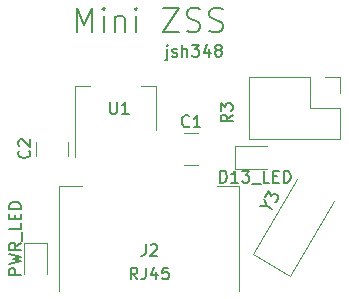
<source format=gbr>
G04 #@! TF.GenerationSoftware,KiCad,Pcbnew,(5.1.2)-2*
G04 #@! TF.CreationDate,2019-08-10T01:37:27-04:00*
G04 #@! TF.ProjectId,toyota-angle-sensor,746f796f-7461-42d6-916e-676c652d7365,rev?*
G04 #@! TF.SameCoordinates,Original*
G04 #@! TF.FileFunction,Legend,Top*
G04 #@! TF.FilePolarity,Positive*
%FSLAX46Y46*%
G04 Gerber Fmt 4.6, Leading zero omitted, Abs format (unit mm)*
G04 Created by KiCad (PCBNEW (5.1.2)-2) date 2019-08-10 01:37:27*
%MOMM*%
%LPD*%
G04 APERTURE LIST*
%ADD10C,0.150000*%
%ADD11C,0.120000*%
G04 APERTURE END LIST*
D10*
X128524285Y-119800714D02*
X128524285Y-120657857D01*
X128476666Y-120753095D01*
X128381428Y-120800714D01*
X128333809Y-120800714D01*
X128524285Y-119467380D02*
X128476666Y-119515000D01*
X128524285Y-119562619D01*
X128571904Y-119515000D01*
X128524285Y-119467380D01*
X128524285Y-119562619D01*
X128952857Y-120419761D02*
X129048095Y-120467380D01*
X129238571Y-120467380D01*
X129333809Y-120419761D01*
X129381428Y-120324523D01*
X129381428Y-120276904D01*
X129333809Y-120181666D01*
X129238571Y-120134047D01*
X129095714Y-120134047D01*
X129000476Y-120086428D01*
X128952857Y-119991190D01*
X128952857Y-119943571D01*
X129000476Y-119848333D01*
X129095714Y-119800714D01*
X129238571Y-119800714D01*
X129333809Y-119848333D01*
X129810000Y-120467380D02*
X129810000Y-119467380D01*
X130238571Y-120467380D02*
X130238571Y-119943571D01*
X130190952Y-119848333D01*
X130095714Y-119800714D01*
X129952857Y-119800714D01*
X129857619Y-119848333D01*
X129810000Y-119895952D01*
X130619523Y-119467380D02*
X131238571Y-119467380D01*
X130905238Y-119848333D01*
X131048095Y-119848333D01*
X131143333Y-119895952D01*
X131190952Y-119943571D01*
X131238571Y-120038809D01*
X131238571Y-120276904D01*
X131190952Y-120372142D01*
X131143333Y-120419761D01*
X131048095Y-120467380D01*
X130762380Y-120467380D01*
X130667142Y-120419761D01*
X130619523Y-120372142D01*
X132095714Y-119800714D02*
X132095714Y-120467380D01*
X131857619Y-119419761D02*
X131619523Y-120134047D01*
X132238571Y-120134047D01*
X132762380Y-119895952D02*
X132667142Y-119848333D01*
X132619523Y-119800714D01*
X132571904Y-119705476D01*
X132571904Y-119657857D01*
X132619523Y-119562619D01*
X132667142Y-119515000D01*
X132762380Y-119467380D01*
X132952857Y-119467380D01*
X133048095Y-119515000D01*
X133095714Y-119562619D01*
X133143333Y-119657857D01*
X133143333Y-119705476D01*
X133095714Y-119800714D01*
X133048095Y-119848333D01*
X132952857Y-119895952D01*
X132762380Y-119895952D01*
X132667142Y-119943571D01*
X132619523Y-119991190D01*
X132571904Y-120086428D01*
X132571904Y-120276904D01*
X132619523Y-120372142D01*
X132667142Y-120419761D01*
X132762380Y-120467380D01*
X132952857Y-120467380D01*
X133048095Y-120419761D01*
X133095714Y-120372142D01*
X133143333Y-120276904D01*
X133143333Y-120086428D01*
X133095714Y-119991190D01*
X133048095Y-119943571D01*
X132952857Y-119895952D01*
X120857142Y-118379761D02*
X120857142Y-116379761D01*
X121523809Y-117808333D01*
X122190476Y-116379761D01*
X122190476Y-118379761D01*
X123142857Y-118379761D02*
X123142857Y-117046428D01*
X123142857Y-116379761D02*
X123047619Y-116475000D01*
X123142857Y-116570238D01*
X123238095Y-116475000D01*
X123142857Y-116379761D01*
X123142857Y-116570238D01*
X124095238Y-117046428D02*
X124095238Y-118379761D01*
X124095238Y-117236904D02*
X124190476Y-117141666D01*
X124380952Y-117046428D01*
X124666666Y-117046428D01*
X124857142Y-117141666D01*
X124952380Y-117332142D01*
X124952380Y-118379761D01*
X125904761Y-118379761D02*
X125904761Y-117046428D01*
X125904761Y-116379761D02*
X125809523Y-116475000D01*
X125904761Y-116570238D01*
X126000000Y-116475000D01*
X125904761Y-116379761D01*
X125904761Y-116570238D01*
X128190476Y-116379761D02*
X129523809Y-116379761D01*
X128190476Y-118379761D01*
X129523809Y-118379761D01*
X130190476Y-118284523D02*
X130476190Y-118379761D01*
X130952380Y-118379761D01*
X131142857Y-118284523D01*
X131238095Y-118189285D01*
X131333333Y-117998809D01*
X131333333Y-117808333D01*
X131238095Y-117617857D01*
X131142857Y-117522619D01*
X130952380Y-117427380D01*
X130571428Y-117332142D01*
X130380952Y-117236904D01*
X130285714Y-117141666D01*
X130190476Y-116951190D01*
X130190476Y-116760714D01*
X130285714Y-116570238D01*
X130380952Y-116475000D01*
X130571428Y-116379761D01*
X131047619Y-116379761D01*
X131333333Y-116475000D01*
X132095238Y-118284523D02*
X132380952Y-118379761D01*
X132857142Y-118379761D01*
X133047619Y-118284523D01*
X133142857Y-118189285D01*
X133238095Y-117998809D01*
X133238095Y-117808333D01*
X133142857Y-117617857D01*
X133047619Y-117522619D01*
X132857142Y-117427380D01*
X132476190Y-117332142D01*
X132285714Y-117236904D01*
X132190476Y-117141666D01*
X132095238Y-116951190D01*
X132095238Y-116760714D01*
X132190476Y-116570238D01*
X132285714Y-116475000D01*
X132476190Y-116379761D01*
X132952380Y-116379761D01*
X133238095Y-116475000D01*
D11*
X119380000Y-131445000D02*
X121285000Y-131445000D01*
X119380000Y-132080000D02*
X119380000Y-131445000D01*
X119380000Y-140335000D02*
X119380000Y-132080000D01*
X134620000Y-131445000D02*
X132715000Y-131445000D01*
X134620000Y-140335000D02*
X134620000Y-131445000D01*
X138946346Y-139017367D02*
X142608846Y-132673731D01*
X135828654Y-137217367D02*
X138946346Y-139017367D01*
X139491154Y-130873731D02*
X135828654Y-137217367D01*
X120745200Y-128966400D02*
X120745200Y-122956400D01*
X127565200Y-126716400D02*
X127565200Y-122956400D01*
X120745200Y-122956400D02*
X122005200Y-122956400D01*
X127565200Y-122956400D02*
X126305200Y-122956400D01*
X143189000Y-122241000D02*
X143189000Y-123571000D01*
X141859000Y-122241000D02*
X143189000Y-122241000D01*
X143189000Y-124841000D02*
X143189000Y-127441000D01*
X140589000Y-124841000D02*
X143189000Y-124841000D01*
X140589000Y-122241000D02*
X140589000Y-124841000D01*
X143189000Y-127441000D02*
X135449000Y-127441000D01*
X140589000Y-122241000D02*
X135449000Y-122241000D01*
X135449000Y-122241000D02*
X135449000Y-127441000D01*
X134283500Y-129992000D02*
X136968500Y-129992000D01*
X134283500Y-128072000D02*
X134283500Y-129992000D01*
X136968500Y-128072000D02*
X134283500Y-128072000D01*
X116388000Y-136237000D02*
X116388000Y-138922000D01*
X118308000Y-136237000D02*
X116388000Y-136237000D01*
X118308000Y-138922000D02*
X118308000Y-136237000D01*
X120105000Y-128872064D02*
X120105000Y-127667936D01*
X117385000Y-128872064D02*
X117385000Y-127667936D01*
X129953936Y-129630000D02*
X131158064Y-129630000D01*
X129953936Y-126910000D02*
X131158064Y-126910000D01*
D10*
X126692066Y-136358380D02*
X126692066Y-137072666D01*
X126644447Y-137215523D01*
X126549209Y-137310761D01*
X126406352Y-137358380D01*
X126311114Y-137358380D01*
X127120638Y-136453619D02*
X127168257Y-136406000D01*
X127263495Y-136358380D01*
X127501590Y-136358380D01*
X127596828Y-136406000D01*
X127644447Y-136453619D01*
X127692066Y-136548857D01*
X127692066Y-136644095D01*
X127644447Y-136786952D01*
X127073019Y-137358380D01*
X127692066Y-137358380D01*
X126001590Y-139339080D02*
X125668257Y-138862890D01*
X125430161Y-139339080D02*
X125430161Y-138339080D01*
X125811114Y-138339080D01*
X125906352Y-138386700D01*
X125953971Y-138434319D01*
X126001590Y-138529557D01*
X126001590Y-138672414D01*
X125953971Y-138767652D01*
X125906352Y-138815271D01*
X125811114Y-138862890D01*
X125430161Y-138862890D01*
X126715876Y-138339080D02*
X126715876Y-139053366D01*
X126668257Y-139196223D01*
X126573019Y-139291461D01*
X126430161Y-139339080D01*
X126334923Y-139339080D01*
X127620638Y-138672414D02*
X127620638Y-139339080D01*
X127382542Y-138291461D02*
X127144447Y-139005747D01*
X127763495Y-139005747D01*
X128620638Y-138339080D02*
X128144447Y-138339080D01*
X128096828Y-138815271D01*
X128144447Y-138767652D01*
X128239685Y-138720033D01*
X128477780Y-138720033D01*
X128573019Y-138767652D01*
X128620638Y-138815271D01*
X128668257Y-138910509D01*
X128668257Y-139148604D01*
X128620638Y-139243842D01*
X128573019Y-139291461D01*
X128477780Y-139339080D01*
X128239685Y-139339080D01*
X128144447Y-139291461D01*
X128096828Y-139243842D01*
X137016414Y-133112488D02*
X137428807Y-133350583D01*
X136396115Y-133139258D02*
X137016414Y-133112488D01*
X136729448Y-132561908D01*
X136848496Y-132355711D02*
X137158019Y-131819600D01*
X137321267Y-132298752D01*
X137392696Y-132175034D01*
X137481554Y-132116365D01*
X137546603Y-132098935D01*
X137652891Y-132105315D01*
X137859088Y-132224362D01*
X137917757Y-132313221D01*
X137935186Y-132378269D01*
X137928807Y-132484558D01*
X137785950Y-132731993D01*
X137697091Y-132790663D01*
X137632042Y-132808092D01*
X123698095Y-124318780D02*
X123698095Y-125128304D01*
X123745714Y-125223542D01*
X123793333Y-125271161D01*
X123888571Y-125318780D01*
X124079047Y-125318780D01*
X124174285Y-125271161D01*
X124221904Y-125223542D01*
X124269523Y-125128304D01*
X124269523Y-124318780D01*
X125269523Y-125318780D02*
X124698095Y-125318780D01*
X124983809Y-125318780D02*
X124983809Y-124318780D01*
X124888571Y-124461638D01*
X124793333Y-124556876D01*
X124698095Y-124604495D01*
X134056380Y-125388666D02*
X133580190Y-125722000D01*
X134056380Y-125960095D02*
X133056380Y-125960095D01*
X133056380Y-125579142D01*
X133104000Y-125483904D01*
X133151619Y-125436285D01*
X133246857Y-125388666D01*
X133389714Y-125388666D01*
X133484952Y-125436285D01*
X133532571Y-125483904D01*
X133580190Y-125579142D01*
X133580190Y-125960095D01*
X133056380Y-125055333D02*
X133056380Y-124436285D01*
X133437333Y-124769619D01*
X133437333Y-124626761D01*
X133484952Y-124531523D01*
X133532571Y-124483904D01*
X133627809Y-124436285D01*
X133865904Y-124436285D01*
X133961142Y-124483904D01*
X134008761Y-124531523D01*
X134056380Y-124626761D01*
X134056380Y-124912476D01*
X134008761Y-125007714D01*
X133961142Y-125055333D01*
X133016119Y-131134380D02*
X133016119Y-130134380D01*
X133254214Y-130134380D01*
X133397071Y-130182000D01*
X133492309Y-130277238D01*
X133539928Y-130372476D01*
X133587547Y-130562952D01*
X133587547Y-130705809D01*
X133539928Y-130896285D01*
X133492309Y-130991523D01*
X133397071Y-131086761D01*
X133254214Y-131134380D01*
X133016119Y-131134380D01*
X134539928Y-131134380D02*
X133968500Y-131134380D01*
X134254214Y-131134380D02*
X134254214Y-130134380D01*
X134158976Y-130277238D01*
X134063738Y-130372476D01*
X133968500Y-130420095D01*
X134873261Y-130134380D02*
X135492309Y-130134380D01*
X135158976Y-130515333D01*
X135301833Y-130515333D01*
X135397071Y-130562952D01*
X135444690Y-130610571D01*
X135492309Y-130705809D01*
X135492309Y-130943904D01*
X135444690Y-131039142D01*
X135397071Y-131086761D01*
X135301833Y-131134380D01*
X135016119Y-131134380D01*
X134920880Y-131086761D01*
X134873261Y-131039142D01*
X135682785Y-131229619D02*
X136444690Y-131229619D01*
X137158976Y-131134380D02*
X136682785Y-131134380D01*
X136682785Y-130134380D01*
X137492309Y-130610571D02*
X137825642Y-130610571D01*
X137968500Y-131134380D02*
X137492309Y-131134380D01*
X137492309Y-130134380D01*
X137968500Y-130134380D01*
X138397071Y-131134380D02*
X138397071Y-130134380D01*
X138635166Y-130134380D01*
X138778023Y-130182000D01*
X138873261Y-130277238D01*
X138920880Y-130372476D01*
X138968500Y-130562952D01*
X138968500Y-130705809D01*
X138920880Y-130896285D01*
X138873261Y-130991523D01*
X138778023Y-131086761D01*
X138635166Y-131134380D01*
X138397071Y-131134380D01*
X116150380Y-138961428D02*
X115150380Y-138961428D01*
X115150380Y-138580476D01*
X115198000Y-138485238D01*
X115245619Y-138437619D01*
X115340857Y-138390000D01*
X115483714Y-138390000D01*
X115578952Y-138437619D01*
X115626571Y-138485238D01*
X115674190Y-138580476D01*
X115674190Y-138961428D01*
X115150380Y-138056666D02*
X116150380Y-137818571D01*
X115436095Y-137628095D01*
X116150380Y-137437619D01*
X115150380Y-137199523D01*
X116150380Y-136247142D02*
X115674190Y-136580476D01*
X116150380Y-136818571D02*
X115150380Y-136818571D01*
X115150380Y-136437619D01*
X115198000Y-136342380D01*
X115245619Y-136294761D01*
X115340857Y-136247142D01*
X115483714Y-136247142D01*
X115578952Y-136294761D01*
X115626571Y-136342380D01*
X115674190Y-136437619D01*
X115674190Y-136818571D01*
X116245619Y-136056666D02*
X116245619Y-135294761D01*
X116150380Y-134580476D02*
X116150380Y-135056666D01*
X115150380Y-135056666D01*
X115626571Y-134247142D02*
X115626571Y-133913809D01*
X116150380Y-133770952D02*
X116150380Y-134247142D01*
X115150380Y-134247142D01*
X115150380Y-133770952D01*
X116150380Y-133342380D02*
X115150380Y-133342380D01*
X115150380Y-133104285D01*
X115198000Y-132961428D01*
X115293238Y-132866190D01*
X115388476Y-132818571D01*
X115578952Y-132770952D01*
X115721809Y-132770952D01*
X115912285Y-132818571D01*
X116007523Y-132866190D01*
X116102761Y-132961428D01*
X116150380Y-133104285D01*
X116150380Y-133342380D01*
X116822142Y-128436666D02*
X116869761Y-128484285D01*
X116917380Y-128627142D01*
X116917380Y-128722380D01*
X116869761Y-128865238D01*
X116774523Y-128960476D01*
X116679285Y-129008095D01*
X116488809Y-129055714D01*
X116345952Y-129055714D01*
X116155476Y-129008095D01*
X116060238Y-128960476D01*
X115965000Y-128865238D01*
X115917380Y-128722380D01*
X115917380Y-128627142D01*
X115965000Y-128484285D01*
X116012619Y-128436666D01*
X116012619Y-128055714D02*
X115965000Y-128008095D01*
X115917380Y-127912857D01*
X115917380Y-127674761D01*
X115965000Y-127579523D01*
X116012619Y-127531904D01*
X116107857Y-127484285D01*
X116203095Y-127484285D01*
X116345952Y-127531904D01*
X116917380Y-128103333D01*
X116917380Y-127484285D01*
X130389333Y-126347142D02*
X130341714Y-126394761D01*
X130198857Y-126442380D01*
X130103619Y-126442380D01*
X129960761Y-126394761D01*
X129865523Y-126299523D01*
X129817904Y-126204285D01*
X129770285Y-126013809D01*
X129770285Y-125870952D01*
X129817904Y-125680476D01*
X129865523Y-125585238D01*
X129960761Y-125490000D01*
X130103619Y-125442380D01*
X130198857Y-125442380D01*
X130341714Y-125490000D01*
X130389333Y-125537619D01*
X131341714Y-126442380D02*
X130770285Y-126442380D01*
X131056000Y-126442380D02*
X131056000Y-125442380D01*
X130960761Y-125585238D01*
X130865523Y-125680476D01*
X130770285Y-125728095D01*
M02*

</source>
